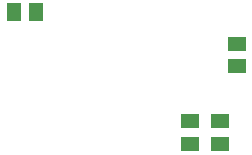
<source format=gtp>
G04 EAGLE Gerber RS-274X export*
G75*
%MOMM*%
%FSLAX34Y34*%
%LPD*%
%INSolderpaste Top*%
%IPPOS*%
%AMOC8*
5,1,8,0,0,1.08239X$1,22.5*%
G01*
%ADD10R,1.500000X1.300000*%
%ADD11R,1.300000X1.500000*%


D10*
X330200Y104800D03*
X330200Y123800D03*
X355600Y104800D03*
X355600Y123800D03*
D11*
X181000Y215900D03*
X200000Y215900D03*
D10*
X370000Y189500D03*
X370000Y170500D03*
M02*

</source>
